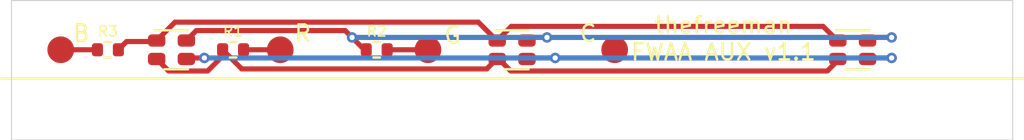
<source format=kicad_pcb>
(kicad_pcb (version 20171130) (host pcbnew "(5.1.9)-1")

  (general
    (thickness 0.1)
    (drawings 15)
    (tracks 41)
    (zones 0)
    (modules 10)
    (nets 8)
  )

  (page A4)
  (layers
    (0 F.Cu signal)
    (31 B.Cu signal)
    (32 B.Adhes user hide)
    (33 F.Adhes user hide)
    (34 B.Paste user)
    (35 F.Paste user)
    (36 B.SilkS user)
    (37 F.SilkS user)
    (38 B.Mask user)
    (39 F.Mask user)
    (40 Dwgs.User user)
    (41 Cmts.User user)
    (42 Eco1.User user hide)
    (43 Eco2.User user hide)
    (44 Edge.Cuts user)
    (45 Margin user hide)
    (46 B.CrtYd user hide)
    (47 F.CrtYd user)
    (48 B.Fab user hide)
    (49 F.Fab user hide)
  )

  (setup
    (last_trace_width 0.16)
    (user_trace_width 0.1524)
    (user_trace_width 0.16)
    (user_trace_width 0.2)
    (user_trace_width 0.25)
    (user_trace_width 0.4)
    (user_trace_width 0.6)
    (user_trace_width 0.8)
    (trace_clearance 0.16)
    (zone_clearance 0.2)
    (zone_45_only no)
    (trace_min 0.1524)
    (via_size 0.508)
    (via_drill 0.254)
    (via_min_size 0.508)
    (via_min_drill 0.254)
    (user_via 0.7 0.3)
    (user_via 0.8 0.4)
    (uvia_size 0.3)
    (uvia_drill 0.1)
    (uvias_allowed no)
    (uvia_min_size 0.2)
    (uvia_min_drill 0.1)
    (edge_width 0.05)
    (segment_width 0.2)
    (pcb_text_width 0.3)
    (pcb_text_size 1.5 1.5)
    (mod_edge_width 0.12)
    (mod_text_size 0.5 0.5)
    (mod_text_width 0.08)
    (pad_size 0.8 0.2)
    (pad_drill 0)
    (pad_to_mask_clearance 0.04)
    (solder_mask_min_width 0.102)
    (pad_to_paste_clearance -0.01)
    (aux_axis_origin 0 0)
    (visible_elements 7FFDFFFF)
    (pcbplotparams
      (layerselection 0x0100c_7ffffffe)
      (usegerberextensions false)
      (usegerberattributes true)
      (usegerberadvancedattributes false)
      (creategerberjobfile true)
      (excludeedgelayer true)
      (linewidth 0.100000)
      (plotframeref false)
      (viasonmask false)
      (mode 1)
      (useauxorigin false)
      (hpglpennumber 1)
      (hpglpenspeed 20)
      (hpglpendiameter 15.000000)
      (psnegative false)
      (psa4output false)
      (plotreference false)
      (plotvalue false)
      (plotinvisibletext false)
      (padsonsilk false)
      (subtractmaskfromsilk false)
      (outputformat 1)
      (mirror false)
      (drillshape 0)
      (scaleselection 1)
      (outputdirectory "./"))
  )

  (net 0 "")
  (net 1 GND)
  (net 2 /G)
  (net 3 /B)
  (net 4 /R)
  (net 5 /JR)
  (net 6 /JG)
  (net 7 /JB)

  (net_class Default "This is the default net class."
    (clearance 0.16)
    (trace_width 0.16)
    (via_dia 0.508)
    (via_drill 0.254)
    (uvia_dia 0.3)
    (uvia_drill 0.1)
    (add_net /B)
    (add_net /G)
    (add_net /JB)
    (add_net /JG)
    (add_net /JR)
    (add_net /R)
    (add_net GND)
  )

  (module 03_wirepad:Wirepad_D1.3mm (layer F.Cu) (tedit 6173D631) (tstamp 620312ED)
    (at 29.9 2.4)
    (descr "SMD pad as test Point, diameter 1.0mm")
    (tags "test point SMD pad")
    (path /6203BBA1)
    (attr virtual)
    (fp_text reference G1 (at 0 -1.448) (layer F.SilkS) hide
      (effects (font (size 0.5 0.5) (thickness 0.08)))
    )
    (fp_text value pad (at 0 1.55) (layer F.Fab)
      (effects (font (size 1 1) (thickness 0.15)))
    )
    (fp_text user %R (at 0 -1.45) (layer F.Fab)
      (effects (font (size 1 1) (thickness 0.15)))
    )
    (pad 1 smd circle (at 0 0) (size 1.3 1.3) (layers F.Cu F.Mask)
      (net 1 GND))
  )

  (module Resistor_SMD:R_0402_1005Metric (layer F.Cu) (tedit 5F68FEEE) (tstamp 62030D22)
    (at 5.2 2.4)
    (descr "Resistor SMD 0402 (1005 Metric), square (rectangular) end terminal, IPC_7351 nominal, (Body size source: IPC-SM-782 page 72, https://www.pcb-3d.com/wordpress/wp-content/uploads/ipc-sm-782a_amendment_1_and_2.pdf), generated with kicad-footprint-generator")
    (tags resistor)
    (path /60A4AFFF)
    (attr smd)
    (fp_text reference R3 (at 0 -0.9) (layer F.SilkS)
      (effects (font (size 0.5 0.5) (thickness 0.08)))
    )
    (fp_text value R (at 0 1.17) (layer F.Fab)
      (effects (font (size 1 1) (thickness 0.15)))
    )
    (fp_line (start 0.93 0.47) (end -0.93 0.47) (layer F.CrtYd) (width 0.05))
    (fp_line (start 0.93 -0.47) (end 0.93 0.47) (layer F.CrtYd) (width 0.05))
    (fp_line (start -0.93 -0.47) (end 0.93 -0.47) (layer F.CrtYd) (width 0.05))
    (fp_line (start -0.93 0.47) (end -0.93 -0.47) (layer F.CrtYd) (width 0.05))
    (fp_line (start -0.153641 0.38) (end 0.153641 0.38) (layer F.SilkS) (width 0.12))
    (fp_line (start -0.153641 -0.38) (end 0.153641 -0.38) (layer F.SilkS) (width 0.12))
    (fp_line (start 0.525 0.27) (end -0.525 0.27) (layer F.Fab) (width 0.1))
    (fp_line (start 0.525 -0.27) (end 0.525 0.27) (layer F.Fab) (width 0.1))
    (fp_line (start -0.525 -0.27) (end 0.525 -0.27) (layer F.Fab) (width 0.1))
    (fp_line (start -0.525 0.27) (end -0.525 -0.27) (layer F.Fab) (width 0.1))
    (fp_text user %R (at 0 0) (layer F.Fab)
      (effects (font (size 1 1) (thickness 0.15)))
    )
    (pad 2 smd roundrect (at 0.51 0) (size 0.54 0.64) (layers F.Cu F.Paste F.Mask) (roundrect_rratio 0.25)
      (net 3 /B))
    (pad 1 smd roundrect (at -0.51 0) (size 0.54 0.64) (layers F.Cu F.Paste F.Mask) (roundrect_rratio 0.25)
      (net 7 /JB))
    (model ${KISYS3DMOD}/Resistor_SMD.3dshapes/R_0402_1005Metric.wrl
      (at (xyz 0 0 0))
      (scale (xyz 1 1 1))
      (rotate (xyz 0 0 0))
    )
  )

  (module Resistor_SMD:R_0402_1005Metric (layer F.Cu) (tedit 5F68FEEE) (tstamp 60A1C649)
    (at 18.3 2.4 180)
    (descr "Resistor SMD 0402 (1005 Metric), square (rectangular) end terminal, IPC_7351 nominal, (Body size source: IPC-SM-782 page 72, https://www.pcb-3d.com/wordpress/wp-content/uploads/ipc-sm-782a_amendment_1_and_2.pdf), generated with kicad-footprint-generator")
    (tags resistor)
    (path /60A4AD13)
    (attr smd)
    (fp_text reference R2 (at 0 0.9) (layer F.SilkS)
      (effects (font (size 0.5 0.5) (thickness 0.08)))
    )
    (fp_text value R (at 0 1.17) (layer F.Fab)
      (effects (font (size 1 1) (thickness 0.15)))
    )
    (fp_line (start 0.93 0.47) (end -0.93 0.47) (layer F.CrtYd) (width 0.05))
    (fp_line (start 0.93 -0.47) (end 0.93 0.47) (layer F.CrtYd) (width 0.05))
    (fp_line (start -0.93 -0.47) (end 0.93 -0.47) (layer F.CrtYd) (width 0.05))
    (fp_line (start -0.93 0.47) (end -0.93 -0.47) (layer F.CrtYd) (width 0.05))
    (fp_line (start -0.153641 0.38) (end 0.153641 0.38) (layer F.SilkS) (width 0.12))
    (fp_line (start -0.153641 -0.38) (end 0.153641 -0.38) (layer F.SilkS) (width 0.12))
    (fp_line (start 0.525 0.27) (end -0.525 0.27) (layer F.Fab) (width 0.1))
    (fp_line (start 0.525 -0.27) (end 0.525 0.27) (layer F.Fab) (width 0.1))
    (fp_line (start -0.525 -0.27) (end 0.525 -0.27) (layer F.Fab) (width 0.1))
    (fp_line (start -0.525 0.27) (end -0.525 -0.27) (layer F.Fab) (width 0.1))
    (fp_text user %R (at 0 0) (layer F.Fab)
      (effects (font (size 1 1) (thickness 0.15)))
    )
    (pad 2 smd roundrect (at 0.51 0 180) (size 0.54 0.64) (layers F.Cu F.Paste F.Mask) (roundrect_rratio 0.25)
      (net 2 /G))
    (pad 1 smd roundrect (at -0.51 0 180) (size 0.54 0.64) (layers F.Cu F.Paste F.Mask) (roundrect_rratio 0.25)
      (net 6 /JG))
    (model ${KISYS3DMOD}/Resistor_SMD.3dshapes/R_0402_1005Metric.wrl
      (at (xyz 0 0 0))
      (scale (xyz 1 1 1))
      (rotate (xyz 0 0 0))
    )
  )

  (module Resistor_SMD:R_0402_1005Metric (layer F.Cu) (tedit 5F68FEEE) (tstamp 60A1C638)
    (at 11.3 2.4 180)
    (descr "Resistor SMD 0402 (1005 Metric), square (rectangular) end terminal, IPC_7351 nominal, (Body size source: IPC-SM-782 page 72, https://www.pcb-3d.com/wordpress/wp-content/uploads/ipc-sm-782a_amendment_1_and_2.pdf), generated with kicad-footprint-generator")
    (tags resistor)
    (path /60A4A6AE)
    (attr smd)
    (fp_text reference R1 (at 0 0.9) (layer F.SilkS)
      (effects (font (size 0.5 0.5) (thickness 0.08)))
    )
    (fp_text value R (at 0 1.17) (layer F.Fab)
      (effects (font (size 1 1) (thickness 0.15)))
    )
    (fp_line (start 0.93 0.47) (end -0.93 0.47) (layer F.CrtYd) (width 0.05))
    (fp_line (start 0.93 -0.47) (end 0.93 0.47) (layer F.CrtYd) (width 0.05))
    (fp_line (start -0.93 -0.47) (end 0.93 -0.47) (layer F.CrtYd) (width 0.05))
    (fp_line (start -0.93 0.47) (end -0.93 -0.47) (layer F.CrtYd) (width 0.05))
    (fp_line (start -0.153641 0.38) (end 0.153641 0.38) (layer F.SilkS) (width 0.12))
    (fp_line (start -0.153641 -0.38) (end 0.153641 -0.38) (layer F.SilkS) (width 0.12))
    (fp_line (start 0.525 0.27) (end -0.525 0.27) (layer F.Fab) (width 0.1))
    (fp_line (start 0.525 -0.27) (end 0.525 0.27) (layer F.Fab) (width 0.1))
    (fp_line (start -0.525 -0.27) (end 0.525 -0.27) (layer F.Fab) (width 0.1))
    (fp_line (start -0.525 0.27) (end -0.525 -0.27) (layer F.Fab) (width 0.1))
    (fp_text user %R (at 0 0) (layer F.Fab)
      (effects (font (size 1 1) (thickness 0.15)))
    )
    (pad 2 smd roundrect (at 0.51 0 180) (size 0.54 0.64) (layers F.Cu F.Paste F.Mask) (roundrect_rratio 0.25)
      (net 4 /R))
    (pad 1 smd roundrect (at -0.51 0 180) (size 0.54 0.64) (layers F.Cu F.Paste F.Mask) (roundrect_rratio 0.25)
      (net 5 /JR))
    (model ${KISYS3DMOD}/Resistor_SMD.3dshapes/R_0402_1005Metric.wrl
      (at (xyz 0 0 0))
      (scale (xyz 1 1 1))
      (rotate (xyz 0 0 0))
    )
  )

  (module 03_wirepad:Wirepad_D1.3mm (layer F.Cu) (tedit 6173D631) (tstamp 60A1C627)
    (at 2.9 2.4)
    (descr "SMD pad as test Point, diameter 1.0mm")
    (tags "test point SMD pad")
    (path /60A54887)
    (attr virtual)
    (fp_text reference J3 (at 0 -1.448) (layer F.SilkS) hide
      (effects (font (size 0.5 0.5) (thickness 0.08)))
    )
    (fp_text value pad (at 0 1.55) (layer F.Fab)
      (effects (font (size 1 1) (thickness 0.15)))
    )
    (fp_text user %R (at 0 -1.45) (layer F.Fab)
      (effects (font (size 1 1) (thickness 0.15)))
    )
    (pad 1 smd circle (at 0 0) (size 1.3 1.3) (layers F.Cu F.Mask)
      (net 7 /JB))
  )

  (module 03_wirepad:Wirepad_D1.3mm (layer F.Cu) (tedit 6173D631) (tstamp 60A1C621)
    (at 20.8 2.4)
    (descr "SMD pad as test Point, diameter 1.0mm")
    (tags "test point SMD pad")
    (path /60A54606)
    (attr virtual)
    (fp_text reference J2 (at 0 -1.448) (layer F.SilkS) hide
      (effects (font (size 0.5 0.5) (thickness 0.08)))
    )
    (fp_text value pad (at 0 1.55) (layer F.Fab)
      (effects (font (size 1 1) (thickness 0.15)))
    )
    (fp_text user %R (at 0 -1.45) (layer F.Fab)
      (effects (font (size 1 1) (thickness 0.15)))
    )
    (pad 1 smd circle (at 0 0) (size 1.3 1.3) (layers F.Cu F.Mask)
      (net 6 /JG))
  )

  (module 03_wirepad:Wirepad_D1.3mm (layer F.Cu) (tedit 6173D631) (tstamp 60A1C61B)
    (at 13.6 2.4)
    (descr "SMD pad as test Point, diameter 1.0mm")
    (tags "test point SMD pad")
    (path /60A5382B)
    (attr virtual)
    (fp_text reference J1 (at 0 -1.448) (layer F.SilkS) hide
      (effects (font (size 0.5 0.5) (thickness 0.08)))
    )
    (fp_text value pad (at 0 1.55) (layer F.Fab)
      (effects (font (size 1 1) (thickness 0.15)))
    )
    (fp_text user %R (at 0 -1.45) (layer F.Fab)
      (effects (font (size 1 1) (thickness 0.15)))
    )
    (pad 1 smd circle (at 0 0) (size 1.3 1.3) (layers F.Cu F.Mask)
      (net 5 /JR))
  )

  (module 01_LED:LED_RGB_1.6mmx1.6mm_cathode (layer F.Cu) (tedit 60FAFB99) (tstamp 60A1C601)
    (at 41.5 2.4 90)
    (tags "LED RGB Chip SMD")
    (path /60A32136)
    (attr smd)
    (fp_text reference D3 (at 0 -1.8 90) (layer F.SilkS) hide
      (effects (font (size 0.5 0.5) (thickness 0.08)))
    )
    (fp_text value LED_RGBC (at 0 1.6 90) (layer F.Fab)
      (effects (font (size 1 1) (thickness 0.15)))
    )
    (fp_line (start -0.8 -0.4) (end -0.8 0.8) (layer F.Fab) (width 0.1))
    (fp_line (start -0.8 0.8) (end 0.8 0.8) (layer F.Fab) (width 0.1))
    (fp_line (start 0.8 0.8) (end 0.8 -0.8) (layer F.Fab) (width 0.1))
    (fp_line (start 0.8 -0.8) (end -0.4 -0.8) (layer F.Fab) (width 0.1))
    (fp_line (start -0.4 -0.8) (end -0.8 -0.4) (layer F.Fab) (width 0.1))
    (fp_line (start 0.95 -0.8) (end 0.95 0.8) (layer F.SilkS) (width 0.12))
    (fp_line (start -0.95 -0.35) (end -0.95 0.8) (layer F.SilkS) (width 0.12))
    (fp_line (start 1.05 -1.4) (end 1.05 1.4) (layer F.CrtYd) (width 0.05))
    (fp_line (start 1.05 1.4) (end -1.05 1.4) (layer F.CrtYd) (width 0.05))
    (fp_line (start -1.05 1.4) (end -1.05 -1.4) (layer F.CrtYd) (width 0.05))
    (fp_line (start -1.05 -1.4) (end 1.05 -1.4) (layer F.CrtYd) (width 0.05))
    (fp_text user %R (at 0 0 90) (layer F.Fab)
      (effects (font (size 1 1) (thickness 0.15)))
    )
    (pad 4 smd roundrect (at -0.45 0.725 90) (size 0.6 0.85) (layers F.Cu F.Paste F.Mask) (roundrect_rratio 0.3)
      (net 1 GND))
    (pad 2 smd roundrect (at 0.45 0.725 90) (size 0.6 0.85) (layers F.Cu F.Paste F.Mask) (roundrect_rratio 0.3)
      (net 2 /G))
    (pad 3 smd roundrect (at 0.45 -0.725 90) (size 0.6 0.85) (layers F.Cu F.Paste F.Mask) (roundrect_rratio 0.3)
      (net 3 /B))
    (pad 1 smd roundrect (at -0.45 -0.725 90) (size 0.6 0.85) (layers F.Cu F.Paste F.Mask) (roundrect_rratio 0.3)
      (net 4 /R))
    (model ${KISYS3DMOD}/LED_SMD.3dshapes/LED_LiteOn_LTST-C19HE1WT.wrl
      (at (xyz 0 0 0))
      (scale (xyz 1 1 1))
      (rotate (xyz 0 0 0))
    )
    (model "Z:/PCB/3D models/LED/LED-0606.STEP"
      (at (xyz 0 0 0))
      (scale (xyz 1 1 1))
      (rotate (xyz -90 0 90))
    )
  )

  (module 01_LED:LED_RGB_1.6mmx1.6mm_cathode (layer F.Cu) (tedit 60FAFB99) (tstamp 60A1C5ED)
    (at 24.9 2.4 90)
    (tags "LED RGB Chip SMD")
    (path /60A30816)
    (attr smd)
    (fp_text reference D2 (at 0 -1.8 90) (layer F.SilkS) hide
      (effects (font (size 0.5 0.5) (thickness 0.08)))
    )
    (fp_text value LED_RGBC (at 0 1.6 90) (layer F.Fab)
      (effects (font (size 1 1) (thickness 0.15)))
    )
    (fp_line (start -0.8 -0.4) (end -0.8 0.8) (layer F.Fab) (width 0.1))
    (fp_line (start -0.8 0.8) (end 0.8 0.8) (layer F.Fab) (width 0.1))
    (fp_line (start 0.8 0.8) (end 0.8 -0.8) (layer F.Fab) (width 0.1))
    (fp_line (start 0.8 -0.8) (end -0.4 -0.8) (layer F.Fab) (width 0.1))
    (fp_line (start -0.4 -0.8) (end -0.8 -0.4) (layer F.Fab) (width 0.1))
    (fp_line (start 0.95 -0.8) (end 0.95 0.8) (layer F.SilkS) (width 0.12))
    (fp_line (start -0.95 -0.35) (end -0.95 0.8) (layer F.SilkS) (width 0.12))
    (fp_line (start 1.05 -1.4) (end 1.05 1.4) (layer F.CrtYd) (width 0.05))
    (fp_line (start 1.05 1.4) (end -1.05 1.4) (layer F.CrtYd) (width 0.05))
    (fp_line (start -1.05 1.4) (end -1.05 -1.4) (layer F.CrtYd) (width 0.05))
    (fp_line (start -1.05 -1.4) (end 1.05 -1.4) (layer F.CrtYd) (width 0.05))
    (fp_text user %R (at 0 0 90) (layer F.Fab)
      (effects (font (size 1 1) (thickness 0.15)))
    )
    (pad 4 smd roundrect (at -0.45 0.725 90) (size 0.6 0.85) (layers F.Cu F.Paste F.Mask) (roundrect_rratio 0.3)
      (net 1 GND))
    (pad 2 smd roundrect (at 0.45 0.725 90) (size 0.6 0.85) (layers F.Cu F.Paste F.Mask) (roundrect_rratio 0.3)
      (net 2 /G))
    (pad 3 smd roundrect (at 0.45 -0.725 90) (size 0.6 0.85) (layers F.Cu F.Paste F.Mask) (roundrect_rratio 0.3)
      (net 3 /B))
    (pad 1 smd roundrect (at -0.45 -0.725 90) (size 0.6 0.85) (layers F.Cu F.Paste F.Mask) (roundrect_rratio 0.3)
      (net 4 /R))
    (model ${KISYS3DMOD}/LED_SMD.3dshapes/LED_LiteOn_LTST-C19HE1WT.wrl
      (at (xyz 0 0 0))
      (scale (xyz 1 1 1))
      (rotate (xyz 0 0 0))
    )
    (model "Z:/PCB/3D models/LED/LED-0606.STEP"
      (at (xyz 0 0 0))
      (scale (xyz 1 1 1))
      (rotate (xyz -90 0 90))
    )
  )

  (module 01_LED:LED_RGB_1.6mmx1.6mm_cathode (layer F.Cu) (tedit 60FAFB99) (tstamp 60A1C5D9)
    (at 8.3 2.4 90)
    (tags "LED RGB Chip SMD")
    (path /60A2C32A)
    (attr smd)
    (fp_text reference D1 (at 0 -1.8 90) (layer F.SilkS) hide
      (effects (font (size 0.5 0.5) (thickness 0.08)))
    )
    (fp_text value LED_RGBC (at 0 1.6 90) (layer F.Fab)
      (effects (font (size 1 1) (thickness 0.15)))
    )
    (fp_line (start -0.8 -0.4) (end -0.8 0.8) (layer F.Fab) (width 0.1))
    (fp_line (start -0.8 0.8) (end 0.8 0.8) (layer F.Fab) (width 0.1))
    (fp_line (start 0.8 0.8) (end 0.8 -0.8) (layer F.Fab) (width 0.1))
    (fp_line (start 0.8 -0.8) (end -0.4 -0.8) (layer F.Fab) (width 0.1))
    (fp_line (start -0.4 -0.8) (end -0.8 -0.4) (layer F.Fab) (width 0.1))
    (fp_line (start 0.95 -0.8) (end 0.95 0.8) (layer F.SilkS) (width 0.12))
    (fp_line (start -0.95 -0.35) (end -0.95 0.8) (layer F.SilkS) (width 0.12))
    (fp_line (start 1.05 -1.4) (end 1.05 1.4) (layer F.CrtYd) (width 0.05))
    (fp_line (start 1.05 1.4) (end -1.05 1.4) (layer F.CrtYd) (width 0.05))
    (fp_line (start -1.05 1.4) (end -1.05 -1.4) (layer F.CrtYd) (width 0.05))
    (fp_line (start -1.05 -1.4) (end 1.05 -1.4) (layer F.CrtYd) (width 0.05))
    (fp_text user %R (at 0 0 90) (layer F.Fab)
      (effects (font (size 1 1) (thickness 0.15)))
    )
    (pad 4 smd roundrect (at -0.45 0.725 90) (size 0.6 0.85) (layers F.Cu F.Paste F.Mask) (roundrect_rratio 0.3)
      (net 1 GND))
    (pad 2 smd roundrect (at 0.45 0.725 90) (size 0.6 0.85) (layers F.Cu F.Paste F.Mask) (roundrect_rratio 0.3)
      (net 2 /G))
    (pad 3 smd roundrect (at 0.45 -0.725 90) (size 0.6 0.85) (layers F.Cu F.Paste F.Mask) (roundrect_rratio 0.3)
      (net 3 /B))
    (pad 1 smd roundrect (at -0.45 -0.725 90) (size 0.6 0.85) (layers F.Cu F.Paste F.Mask) (roundrect_rratio 0.3)
      (net 4 /R))
    (model ${KISYS3DMOD}/LED_SMD.3dshapes/LED_LiteOn_LTST-C19HE1WT.wrl
      (at (xyz 0 0 0))
      (scale (xyz 1 1 1))
      (rotate (xyz 0 0 0))
    )
    (model "Z:/PCB/3D models/LED/LED-0606.STEP"
      (at (xyz 0 0 0))
      (scale (xyz 1 1 1))
      (rotate (xyz -90 0 90))
    )
  )

  (gr_text thefreeman (at 35.2 1.2) (layer F.SilkS)
    (effects (font (size 0.8 0.8) (thickness 0.12)))
  )
  (gr_text B (at 3.9 1.6) (layer F.SilkS) (tstamp 62031585)
    (effects (font (size 0.8 0.8) (thickness 0.12)))
  )
  (gr_text R (at 14.7 1.6) (layer F.SilkS) (tstamp 62031582)
    (effects (font (size 0.8 0.8) (thickness 0.12)))
  )
  (gr_text G (at 22 1.7) (layer F.SilkS) (tstamp 6203157F)
    (effects (font (size 0.8 0.8) (thickness 0.12)))
  )
  (gr_text C (at 28.6 1.6) (layer F.SilkS) (tstamp 6203157B)
    (effects (font (size 0.8 0.8) (thickness 0.12)))
  )
  (gr_text "FWAA AUX v1.1" (at 35.2 2.5) (layer F.SilkS)
    (effects (font (size 0.8 0.8) (thickness 0.12)))
  )
  (gr_line (start 0 3.8) (end 49.8 3.8) (layer F.SilkS) (width 0.12))
  (gr_line (start 48.8 1) (end 1 1) (layer Dwgs.User) (width 0.15))
  (gr_line (start 48.8 5) (end 48.8 1) (layer Dwgs.User) (width 0.15))
  (gr_line (start 1 5) (end 48.8 5) (layer Dwgs.User) (width 0.15))
  (gr_line (start 1 1) (end 1 5) (layer Dwgs.User) (width 0.15))
  (gr_line (start 49.3 0) (end 0.5 0) (layer Edge.Cuts) (width 0.05))
  (gr_line (start 49.3 6.8) (end 49.3 0) (layer Edge.Cuts) (width 0.05))
  (gr_line (start 0.5 6.8) (end 49.3 6.8) (layer Edge.Cuts) (width 0.05))
  (gr_line (start 0.5 0) (end 0.5 6.8) (layer Edge.Cuts) (width 0.05))

  (via (at 9.9 2.8) (size 0.508) (drill 0.254) (layers F.Cu B.Cu) (net 1))
  (via (at 27 2.8) (size 0.508) (drill 0.254) (layers F.Cu B.Cu) (net 1))
  (via (at 43.4 2.8) (size 0.508) (drill 0.254) (layers F.Cu B.Cu) (net 1))
  (segment (start 9.9 2.8) (end 27 2.8) (width 0.25) (layer B.Cu) (net 1))
  (segment (start 27 2.8) (end 43.4 2.8) (width 0.25) (layer B.Cu) (net 1))
  (segment (start 43.4 2.8) (end 42.2 2.8) (width 0.25) (layer F.Cu) (net 1))
  (segment (start 27 2.8) (end 25.8 2.8) (width 0.25) (layer F.Cu) (net 1))
  (segment (start 27 2.8) (end 29.9 2.8) (width 0.25) (layer F.Cu) (net 1))
  (segment (start 9.9 2.8) (end 9.1 2.8) (width 0.25) (layer F.Cu) (net 1))
  (via (at 17.1 1.8) (size 0.508) (drill 0.254) (layers F.Cu B.Cu) (net 2))
  (via (at 26.6 1.8) (size 0.508) (drill 0.254) (layers F.Cu B.Cu) (net 2))
  (via (at 43.4 1.8) (size 0.508) (drill 0.254) (layers F.Cu B.Cu) (net 2))
  (segment (start 16.764999 1.464999) (end 17.1 1.8) (width 0.25) (layer F.Cu) (net 2))
  (segment (start 9.510001 1.464999) (end 16.764999 1.464999) (width 0.25) (layer F.Cu) (net 2))
  (segment (start 9.025 1.95) (end 9.510001 1.464999) (width 0.25) (layer F.Cu) (net 2))
  (segment (start 17.1 1.8) (end 17.7 2.4) (width 0.25) (layer F.Cu) (net 2))
  (segment (start 26.6 1.8) (end 25.6 1.8) (width 0.25) (layer F.Cu) (net 2))
  (segment (start 17.1 1.8) (end 26.6 1.8) (width 0.25) (layer B.Cu) (net 2))
  (segment (start 43.4 1.8) (end 26.6 1.8) (width 0.25) (layer B.Cu) (net 2))
  (segment (start 43.4 1.8) (end 42.3 1.8) (width 0.25) (layer F.Cu) (net 2))
  (segment (start 5.71 2.4) (end 6.11 2) (width 0.25) (layer F.Cu) (net 3))
  (segment (start 6.11 2) (end 7.6 2) (width 0.25) (layer F.Cu) (net 3))
  (segment (start 8.470011 1.054989) (end 23.254989 1.054989) (width 0.25) (layer F.Cu) (net 3))
  (segment (start 7.575 1.95) (end 8.470011 1.054989) (width 0.25) (layer F.Cu) (net 3))
  (segment (start 23.254989 1.054989) (end 24.2 2) (width 0.25) (layer F.Cu) (net 3))
  (segment (start 24.864001 1.260999) (end 40.060999 1.260999) (width 0.25) (layer F.Cu) (net 3))
  (segment (start 24.175 1.95) (end 24.864001 1.260999) (width 0.25) (layer F.Cu) (net 3))
  (segment (start 40.060999 1.260999) (end 40.8 2) (width 0.25) (layer F.Cu) (net 3))
  (segment (start 10.062712 3.43501) (end 10.8 2.697722) (width 0.25) (layer F.Cu) (net 4))
  (segment (start 8.16001 3.43501) (end 10.062712 3.43501) (width 0.25) (layer F.Cu) (net 4))
  (segment (start 7.575 2.85) (end 8.16001 3.43501) (width 0.25) (layer F.Cu) (net 4))
  (segment (start 10.8 2.697722) (end 10.8 2.4) (width 0.25) (layer F.Cu) (net 4))
  (segment (start 11.725001 3.335001) (end 23.664999 3.335001) (width 0.25) (layer F.Cu) (net 4))
  (segment (start 10.79 2.4) (end 11.725001 3.335001) (width 0.25) (layer F.Cu) (net 4))
  (segment (start 23.664999 3.335001) (end 24.2 2.8) (width 0.25) (layer F.Cu) (net 4))
  (segment (start 24.83501 3.43501) (end 40.26499 3.43501) (width 0.25) (layer F.Cu) (net 4))
  (segment (start 24.2 2.8) (end 24.83501 3.43501) (width 0.25) (layer F.Cu) (net 4))
  (segment (start 40.26499 3.43501) (end 40.8 2.9) (width 0.25) (layer F.Cu) (net 4))
  (segment (start 11.81 2.4) (end 13.6 2.4) (width 0.25) (layer F.Cu) (net 5))
  (segment (start 18.81 2.4) (end 20.8 2.4) (width 0.25) (layer F.Cu) (net 6))
  (segment (start 2.9 2.4) (end 4.7 2.4) (width 0.25) (layer F.Cu) (net 7))

)

</source>
